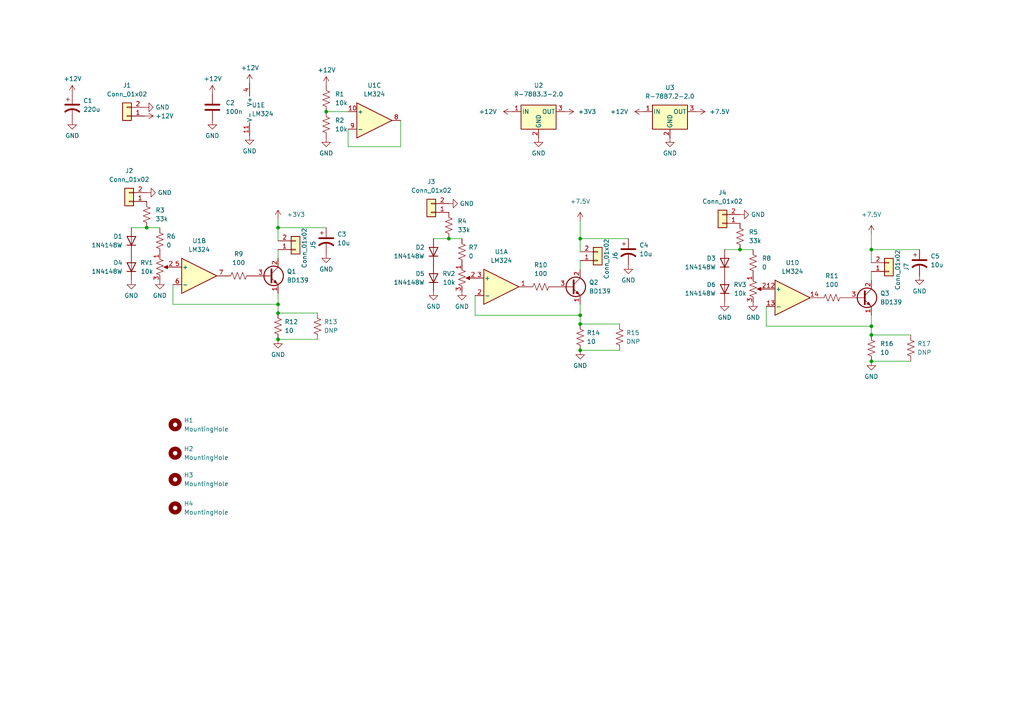
<source format=kicad_sch>
(kicad_sch (version 20211123) (generator eeschema)
  (paper "A4")
  (lib_symbols
    (symbol "Amplifier_Operational:LM324" (pin_names (offset 0.127))
      (property "Reference" "U" (at 0 5.08 0))
      (property "Value" "LM324" (at 0 -5.08 0))
      (symbol "LM324_1_1"
        (polyline (pts (xy -5.08 5.08) (xy 5.08 0) (xy -5.08 -5.08) (xy -5.08 5.08)) (stroke (width 0.254)) (fill (type background)))
        (pin output line (at 7.62 0 180) (length 2.54) (name "~") (number "1"))
        (pin input line (at -7.62 -2.54 0) (length 2.54) (name "-") (number "2"))
        (pin input line (at -7.62 2.54 0) (length 2.54) (name "+") (number "3"))
      )
      (symbol "LM324_2_1"
        (polyline (pts (xy -5.08 5.08) (xy 5.08 0) (xy -5.08 -5.08) (xy -5.08 5.08)) (stroke (width 0.254)) (fill (type background)))
        (pin input line (at -7.62 2.54 0) (length 2.54) (name "+") (number "5"))
        (pin input line (at -7.62 -2.54 0) (length 2.54) (name "-") (number "6"))
        (pin output line (at 7.62 0 180) (length 2.54) (name "~") (number "7"))
      )
      (symbol "LM324_3_1"
        (polyline (pts (xy -5.08 5.08) (xy 5.08 0) (xy -5.08 -5.08) (xy -5.08 5.08)) (stroke (width 0.254)) (fill (type background)))
        (pin input line (at -7.62 2.54 0) (length 2.54) (name "+") (number "10"))
        (pin output line (at 7.62 0 180) (length 2.54) (name "~") (number "8"))
        (pin input line (at -7.62 -2.54 0) (length 2.54) (name "-") (number "9"))
      )
      (symbol "LM324_4_1"
        (polyline (pts (xy -5.08 5.08) (xy 5.08 0) (xy -5.08 -5.08) (xy -5.08 5.08)) (stroke (width 0.254)) (fill (type background)))
        (pin input line (at -7.62 2.54 0) (length 2.54) (name "+") (number "12"))
        (pin input line (at -7.62 -2.54 0) (length 2.54) (name "-") (number "13"))
        (pin output line (at 7.62 0 180) (length 2.54) (name "~") (number "14"))
      )
      (symbol "LM324_5_1"
        (pin power_in line (at -2.54 -7.62 90) (length 3.81) (name "V-") (number "11"))
        (pin power_in line (at -2.54 7.62 270) (length 3.81) (name "V+") (number "4"))
      )
    )
    (symbol "Connector_Generic:Conn_01x02" (pin_names (offset 1.016) hide)
      (property "Reference" "J" (at 0 2.54 0))
      (property "Value" "Conn_01x02" (at 0 -5.08 0))
      (symbol "Conn_01x02_1_1"
        (rectangle (start -1.27 -2.413) (end 0 -2.667) (stroke (width 0.1524)))
        (rectangle (start -1.27 0.127) (end 0 -0.127) (stroke (width 0.1524)))
        (rectangle (start -1.27 1.27) (end 1.27 -3.81) (stroke (width 0.254)) (fill (type background)))
        (pin passive line (at -5.08 0 0) (length 3.81) (name "Pin_1") (number "1"))
        (pin passive line (at -5.08 -2.54 0) (length 3.81) (name "Pin_2") (number "2"))
      )
    )
    (symbol "Device:C" (pin_numbers hide) (pin_names (offset 0.254))
      (property "Reference" "C" (at 0.635 2.54 0))
      (property "Value" "C" (at 0.635 -2.54 0))
      (symbol "C_0_1"
        (polyline (pts (xy -2.032 -0.762) (xy 2.032 -0.762)) (stroke (width 0.508)))
        (polyline (pts (xy -2.032 0.762) (xy 2.032 0.762)) (stroke (width 0.508)))
      )
      (symbol "C_1_1"
        (pin passive line (at 0 3.81 270) (length 2.794) (name "~") (number "1"))
        (pin passive line (at 0 -3.81 90) (length 2.794) (name "~") (number "2"))
      )
    )
    (symbol "Device:C_Polarized_US" (pin_numbers hide) (pin_names (offset 0.254) hide)
      (property "Reference" "C" (at 0.635 2.54 0))
      (property "Value" "C_Polarized_US" (at 0.635 -2.54 0))
      (symbol "C_Polarized_US_0_1"
        (polyline (pts (xy -2.032 0.762) (xy 2.032 0.762)) (stroke (width 0.508)))
        (polyline (pts (xy -1.778 2.286) (xy -0.762 2.286)))
        (polyline (pts (xy -1.27 1.778) (xy -1.27 2.794)))
        (arc (start 2.032 -1.27) (mid 0 -0.5572) (end -2.032 -1.27) (stroke (width 0.508)))
      )
      (symbol "C_Polarized_US_1_1"
        (pin passive line (at 0 3.81 270) (length 2.794) (name "~") (number "1"))
        (pin passive line (at 0 -3.81 90) (length 3.302) (name "~") (number "2"))
      )
    )
    (symbol "Device:R_Potentiometer_US" (pin_names (offset 1.016) hide)
      (property "Reference" "RV" (at -4.445 0 90))
      (property "Value" "R_Potentiometer_US" (at -2.54 0 90))
      (symbol "R_Potentiometer_US_0_1"
        (polyline (pts (xy 0 -2.286) (xy 0 -2.54)))
        (polyline (pts (xy 0 2.54) (xy 0 2.286)))
        (polyline (pts (xy 2.54 0) (xy 1.524 0)))
        (polyline (pts (xy 1.143 0) (xy 2.286 0.508) (xy 2.286 -0.508) (xy 1.143 0)) (fill (type outline)))
        (polyline (pts (xy 0 -0.762) (xy 1.016 -1.143) (xy 0 -1.524) (xy -1.016 -1.905) (xy 0 -2.286)))
        (polyline (pts (xy 0 0.762) (xy 1.016 0.381) (xy 0 0) (xy -1.016 -0.381) (xy 0 -0.762)))
        (polyline (pts (xy 0 2.286) (xy 1.016 1.905) (xy 0 1.524) (xy -1.016 1.143) (xy 0 0.762)))
      )
      (symbol "R_Potentiometer_US_1_1"
        (pin passive line (at 0 3.81 270) (length 1.27) (name "1") (number "1"))
        (pin passive line (at 3.81 0 180) (length 1.27) (name "2") (number "2"))
        (pin passive line (at 0 -3.81 90) (length 1.27) (name "3") (number "3"))
      )
    )
    (symbol "Device:R_US" (pin_numbers hide) (pin_names (offset 0))
      (property "Reference" "R" (at 2.54 0 90))
      (property "Value" "R_US" (at -2.54 0 90))
      (symbol "R_US_0_1"
        (polyline (pts (xy 0 -2.286) (xy 0 -2.54)))
        (polyline (pts (xy 0 2.286) (xy 0 2.54)))
        (polyline (pts (xy 0 -0.762) (xy 1.016 -1.143) (xy 0 -1.524) (xy -1.016 -1.905) (xy 0 -2.286)))
        (polyline (pts (xy 0 0.762) (xy 1.016 0.381) (xy 0 0) (xy -1.016 -0.381) (xy 0 -0.762)))
        (polyline (pts (xy 0 2.286) (xy 1.016 1.905) (xy 0 1.524) (xy -1.016 1.143) (xy 0 0.762)))
      )
      (symbol "R_US_1_1"
        (pin passive line (at 0 3.81 270) (length 1.27) (name "~") (number "1"))
        (pin passive line (at 0 -3.81 90) (length 1.27) (name "~") (number "2"))
      )
    )
    (symbol "Diode:1N4148W" (pin_numbers hide) (pin_names (offset 1.016) hide)
      (property "Reference" "D" (at 0 2.54 0))
      (property "Value" "1N4148W" (at 0 -2.54 0))
      (symbol "1N4148W_0_1"
        (polyline (pts (xy -1.27 1.27) (xy -1.27 -1.27)) (stroke (width 0.254)))
        (polyline (pts (xy 1.27 0) (xy -1.27 0)))
        (polyline (pts (xy 1.27 1.27) (xy 1.27 -1.27) (xy -1.27 0) (xy 1.27 1.27)) (stroke (width 0.254)))
      )
      (symbol "1N4148W_1_1"
        (pin passive line (at -3.81 0 0) (length 2.54) (name "K") (number "1"))
        (pin passive line (at 3.81 0 180) (length 2.54) (name "A") (number "2"))
      )
    )
    (symbol "Mechanical:MountingHole" (pin_names (offset 1.016))
      (property "Reference" "H" (at 0 5.08 0))
      (property "Value" "MountingHole" (at 0 3.175 0))
      (symbol "MountingHole_0_1"
        (circle (center 0 0) (radius 1.27) (stroke (width 1.27)))
      )
    )
    (symbol "Regulator_Switching:R-78B3.3-2.0" (pin_names (offset 0.254))
      (property "Reference" "U" (at -3.81 3.175 0))
      (property "Value" "R-78B3.3-2.0" (at 0 3.175 0))
      (symbol "R-78B3.3-2.0_0_1"
        (rectangle (start -5.08 1.905) (end 5.08 -5.08) (stroke (width 0.254)) (fill (type background)))
      )
      (symbol "R-78B3.3-2.0_1_1"
        (pin power_in line (at -7.62 0 0) (length 2.54) (name "IN") (number "1"))
        (pin power_in line (at 0 -7.62 90) (length 2.54) (name "GND") (number "2"))
        (pin power_out line (at 7.62 0 180) (length 2.54) (name "OUT") (number "3"))
      )
    )
    (symbol "Transistor_BJT:BD139" (pin_names (offset 0) hide)
      (property "Reference" "Q" (at 5.08 1.905 0))
      (property "Value" "BD139" (at 5.08 0 0))
      (symbol "BD139_0_1"
        (polyline (pts (xy 0 0) (xy 0.635 0)))
        (polyline (pts (xy 2.54 -2.54) (xy 0.635 -0.635)))
        (polyline (pts (xy 2.54 2.54) (xy 0.635 0.635)))
        (polyline (pts (xy 0.635 1.905) (xy 0.635 -1.905) (xy 0.635 -1.905)) (stroke (width 0.508)) (fill (type outline)))
        (polyline (pts (xy 1.2446 -1.778) (xy 1.7526 -1.27) (xy 2.286 -2.286) (xy 1.2446 -1.778) (xy 1.2446 -1.778)) (fill (type outline)))
        (circle (center 1.27 0) (radius 2.8194) (stroke (width 0.3048)))
      )
      (symbol "BD139_1_1"
        (pin passive line (at 2.54 -5.08 90) (length 2.54) (name "E") (number "1"))
        (pin passive line (at 2.54 5.08 270) (length 2.54) (name "C") (number "2"))
        (pin input line (at -5.08 0 0) (length 5.08) (name "B") (number "3"))
      )
    )
    (symbol "power:+12V" (power) (pin_names (offset 0))
      (property "Value" "+12V" (at 0 3.556 0))
      (symbol "+12V_0_1"
        (polyline (pts (xy -0.762 1.27) (xy 0 2.54)))
        (polyline (pts (xy 0 0) (xy 0 2.54)))
        (polyline (pts (xy 0 2.54) (xy 0.762 1.27)))
      )
      (symbol "+12V_1_1"
        (pin power_in line (at 0 0 90) (length 0) hide (name "+12V") (number "1"))
      )
    )
    (symbol "power:+3.3V" (power) (pin_names (offset 0))
      (property "Value" "+3.3V" (at 0 3.556 0))
      (symbol "+3.3V_0_1"
        (polyline (pts (xy -0.762 1.27) (xy 0 2.54)))
        (polyline (pts (xy 0 0) (xy 0 2.54)))
        (polyline (pts (xy 0 2.54) (xy 0.762 1.27)))
      )
      (symbol "+3.3V_1_1"
        (pin power_in line (at 0 0 90) (length 0) hide (name "+3V3") (number "1"))
      )
    )
    (symbol "power:+7.5V" (power) (pin_names (offset 0))
      (property "Value" "+7.5V" (at 0 3.556 0))
      (symbol "+7.5V_0_1"
        (polyline (pts (xy -0.762 1.27) (xy 0 2.54)))
        (polyline (pts (xy 0 0) (xy 0 2.54)))
        (polyline (pts (xy 0 2.54) (xy 0.762 1.27)))
      )
      (symbol "+7.5V_1_1"
        (pin power_in line (at 0 0 90) (length 0) hide (name "+7.5V") (number "1"))
      )
    )
    (symbol "power:GND" (power) (pin_names (offset 0))
      (property "Value" "GND" (at 0 -3.81 0))
      (symbol "GND_0_1"
        (polyline (pts (xy 0 0) (xy 0 -1.27) (xy 1.27 -1.27) (xy 0 -2.54) (xy -1.27 -1.27) (xy 0 -1.27)))
      )
      (symbol "GND_1_1"
        (pin power_in line (at 0 0 270) (length 0) hide (name "GND") (number "1"))
      )
    )
  )
  (junction (at 252.73 94.615))
  (junction (at 80.645 66.04))
  (junction (at 80.645 88.265))
  (junction (at 168.275 93.98))
  (junction (at 252.73 104.775))
  (junction (at 42.545 66.04))
  (junction (at 168.275 91.44))
  (junction (at 252.73 97.155))
  (junction (at 80.645 98.425))
  (junction (at 130.175 69.215))
  (junction (at 168.275 101.6))
  (junction (at 168.275 69.215))
  (junction (at 94.615 32.385))
  (junction (at 252.73 72.39))
  (junction (at 80.645 90.805))
  (junction (at 214.63 72.39))
  (wire (pts (xy 252.73 94.615) (xy 252.73 97.155)))
  (wire (pts (xy 80.645 90.805) (xy 92.075 90.805)))
  (wire (pts (xy 125.73 69.215) (xy 130.175 69.215)))
  (wire (pts (xy 94.615 66.04) (xy 80.645 66.04)))
  (wire (pts (xy 168.275 93.98) (xy 179.705 93.98)))
  (wire (pts (xy 80.645 63.5) (xy 80.645 66.04)))
  (wire (pts (xy 100.965 37.465) (xy 100.965 42.545)))
  (wire (pts (xy 266.7 72.39) (xy 252.73 72.39)))
  (wire (pts (xy 252.73 97.155) (xy 264.16 97.155)))
  (wire (pts (xy 252.73 67.945) (xy 252.73 72.39)))
  (wire (pts (xy 80.645 88.265) (xy 80.645 85.09)))
  (wire (pts (xy 116.205 42.545) (xy 116.205 34.925)))
  (wire (pts (xy 137.795 91.44) (xy 168.275 91.44)))
  (wire (pts (xy 210.185 72.39) (xy 214.63 72.39)))
  (wire (pts (xy 182.245 69.215) (xy 168.275 69.215)))
  (wire (pts (xy 252.73 72.39) (xy 252.73 76.2)))
  (wire (pts (xy 80.645 98.425) (xy 92.075 98.425)))
  (wire (pts (xy 42.545 66.04) (xy 46.355 66.04)))
  (wire (pts (xy 137.795 85.725) (xy 137.795 91.44)))
  (wire (pts (xy 168.275 91.44) (xy 168.275 88.265)))
  (wire (pts (xy 38.1 66.04) (xy 42.545 66.04)))
  (wire (pts (xy 168.275 75.565) (xy 168.275 78.105)))
  (wire (pts (xy 252.73 78.74) (xy 252.73 81.28)))
  (wire (pts (xy 94.615 32.385) (xy 100.965 32.385)))
  (wire (pts (xy 252.73 94.615) (xy 252.73 91.44)))
  (wire (pts (xy 222.25 88.9) (xy 222.25 94.615)))
  (wire (pts (xy 80.645 66.04) (xy 80.645 69.85)))
  (wire (pts (xy 252.73 104.775) (xy 264.16 104.775)))
  (wire (pts (xy 214.63 72.39) (xy 218.44 72.39)))
  (wire (pts (xy 168.275 64.135) (xy 168.275 69.215)))
  (wire (pts (xy 80.645 88.265) (xy 80.645 90.805)))
  (wire (pts (xy 168.275 101.6) (xy 179.705 101.6)))
  (wire (pts (xy 50.165 88.265) (xy 80.645 88.265)))
  (wire (pts (xy 100.965 42.545) (xy 116.205 42.545)))
  (wire (pts (xy 222.25 94.615) (xy 252.73 94.615)))
  (wire (pts (xy 50.165 82.55) (xy 50.165 88.265)))
  (wire (pts (xy 168.275 69.215) (xy 168.275 73.025)))
  (wire (pts (xy 80.645 72.39) (xy 80.645 74.93)))
  (wire (pts (xy 130.175 69.215) (xy 133.985 69.215)))
  (wire (pts (xy 168.275 91.44) (xy 168.275 93.98)))
  (symbol (lib_id "Device:C_Polarized_US") (at 20.955 31.115 0) (unit 1)
    (property "Reference" "C1" (at 24.13 29.2099 0) (effects (justify left)))
    (property "Value" "220u" (at 24.13 31.7499 0) (effects (justify left)))
    (property "Footprint" "Capacitor_THT:CP_Radial_D10.0mm_P5.00mm" (effects hide))
  )
  (symbol (lib_id "Device:R_US") (at 42.545 62.23 180) (unit 1)
    (property "Reference" "R3" (at 45.085 60.9599 0) (effects (justify right)))
    (property "Value" "33k" (at 45.085 63.4999 0) (effects (justify right)))
    (property "Footprint" "Resistor_SMD:R_0603_1608Metric" (effects hide))
  )
  (symbol (lib_id "Connector_Generic:Conn_01x02") (at 209.55 64.77 180) (unit 1)
    (property "Reference" "J4" (at 209.55 55.88 0))
    (property "Value" "Conn_01x02" (at 209.55 58.42 0))
    (property "Footprint" "Connector_JST:JST_XH_B2B-XH-A_1x02_P2.50mm_Vertical" (effects hide))
  )
  (symbol (lib_id "Amplifier_Operational:LM324") (at 145.415 83.185 0) (unit 1)
    (property "Reference" "U1" (at 145.415 73.025 0))
    (property "Value" "LM324" (at 145.415 75.565 0))
    (property "Footprint" "Package_SO:SOIC-14_3.9x8.7mm_P1.27mm" (effects hide))
    (property "Datasheet" "http://www.ti.com/lit/ds/symlink/lm2902-n.pdf" (effects hide))
  )
  (symbol (lib_id "Device:R_US") (at 80.645 94.615 0) (unit 1)
    (property "Reference" "R12" (at 82.55 93.3449 0) (effects (justify left)))
    (property "Value" "10" (at 82.55 95.8849 0) (effects (justify left)))
    (property "Footprint" "Resistor_SMD:R_1206_3216Metric" (effects hide))
  )
  (symbol (lib_id "power:GND") (at 266.7 80.01 0) (unit 1)
    (property "Reference" "#PWR025" (effects hide))
    (property "Value" "GND" (at 266.7 84.455 0))
  )
  (symbol (lib_id "power:GND") (at 182.245 76.835 0) (unit 1)
    (property "Reference" "#PWR024" (effects hide))
    (property "Value" "GND" (at 182.245 81.28 0))
  )
  (symbol (lib_id "Diode:1N4148W") (at 38.1 77.47 270) (mirror x) (unit 1)
    (property "Reference" "D4" (at 35.56 76.1999 90) (effects (justify right)))
    (property "Value" "1N4148W" (at 35.56 78.7399 90) (effects (justify right)))
    (property "Footprint" "Diode_SMD:D_SOD-123" (effects hide))
    (property "Datasheet" "https://www.vishay.com/docs/85748/1n4148w.pdf" (effects hide))
  )
  (symbol (lib_id "Device:R_Potentiometer_US") (at 46.355 77.47 0) (unit 1)
    (property "Reference" "RV1" (at 44.45 76.1999 0) (effects (justify right)))
    (property "Value" "10k" (at 44.45 78.7399 0) (effects (justify right)))
    (property "Footprint" "Potentiometer_THT:Potentiometer_Bourns_3296W_Vertical" (effects hide))
  )
  (symbol (lib_id "Device:R_US") (at 92.075 94.615 0) (unit 1)
    (property "Reference" "R13" (at 93.98 93.3449 0) (effects (justify left)))
    (property "Value" "DNP" (at 93.98 95.8849 0) (effects (justify left)))
    (property "Footprint" "Resistor_THT:R_Axial_DIN0204_L3.6mm_D1.6mm_P1.90mm_Vertical" (effects hide))
  )
  (symbol (lib_id "Device:R_US") (at 130.175 65.405 180) (unit 1)
    (property "Reference" "R4" (at 132.715 64.1349 0) (effects (justify right)))
    (property "Value" "33k" (at 132.715 66.6749 0) (effects (justify right)))
    (property "Footprint" "Resistor_SMD:R_0603_1608Metric" (effects hide))
  )
  (symbol (lib_id "Connector_Generic:Conn_01x02") (at 125.095 61.595 180) (unit 1)
    (property "Reference" "J3" (at 125.095 52.705 0))
    (property "Value" "Conn_01x02" (at 125.095 55.245 0))
    (property "Footprint" "Connector_JST:JST_XH_B2B-XH-A_1x02_P2.50mm_Vertical" (effects hide))
  )
  (symbol (lib_id "Transistor_BJT:BD139") (at 250.19 86.36 0) (unit 1)
    (property "Reference" "Q3" (at 255.27 85.0899 0) (effects (justify left)))
    (property "Value" "BD139" (at 255.27 87.6299 0) (effects (justify left)))
    (property "Footprint" "Package_TO_SOT_THT:TO-126-3_Vertical" (effects hide))
    (property "Datasheet" "http://www.st.com/internet/com/TECHNICAL_RESOURCES/TECHNICAL_LITERATURE/DATASHEET/CD00001225.pdf" (effects hide))
  )
  (symbol (lib_id "Connector_Generic:Conn_01x02") (at 36.83 33.655 180) (unit 1)
    (property "Reference" "J1" (at 36.83 24.765 0))
    (property "Value" "Conn_01x02" (at 36.83 27.305 0))
    (property "Footprint" "Connector_JST:JST_XH_B2B-XH-A_1x02_P2.50mm_Vertical" (effects hide))
  )
  (symbol (lib_id "Diode:1N4148W") (at 125.73 73.025 270) (mirror x) (unit 1)
    (property "Reference" "D2" (at 123.19 71.7549 90) (effects (justify right)))
    (property "Value" "1N4148W" (at 123.19 74.2949 90) (effects (justify right)))
    (property "Footprint" "Diode_SMD:D_SOD-123" (effects hide))
    (property "Datasheet" "https://www.vishay.com/docs/85748/1n4148w.pdf" (effects hide))
  )
  (symbol (lib_id "Device:R_US") (at 168.275 97.79 0) (unit 1)
    (property "Reference" "R14" (at 170.18 96.5199 0) (effects (justify left)))
    (property "Value" "10" (at 170.18 99.0599 0) (effects (justify left)))
    (property "Footprint" "Resistor_SMD:R_1206_3216Metric" (effects hide))
  )
  (symbol (lib_id "power:GND") (at 94.615 40.005 0) (unit 1)
    (property "Reference" "#PWR014" (effects hide))
    (property "Value" "GND" (at 94.615 44.45 0))
  )
  (symbol (lib_id "Diode:1N4148W") (at 210.185 83.82 270) (mirror x) (unit 1)
    (property "Reference" "D6" (at 207.645 82.5499 90) (effects (justify right)))
    (property "Value" "1N4148W" (at 207.645 85.0899 90) (effects (justify right)))
    (property "Footprint" "Diode_SMD:D_SOD-123" (effects hide))
    (property "Datasheet" "https://www.vishay.com/docs/85748/1n4148w.pdf" (effects hide))
  )
  (symbol (lib_id "power:+12V") (at 41.91 33.655 270) (unit 1)
    (property "Reference" "#PWR010" (effects hide))
    (property "Value" "+12V" (at 45.085 33.655 90) (effects (justify left)))
  )
  (symbol (lib_id "power:GND") (at 20.955 34.925 0) (unit 1)
    (property "Reference" "#PWR011" (effects hide))
    (property "Value" "GND" (at 20.955 39.37 0))
  )
  (symbol (lib_id "Connector_Generic:Conn_01x02") (at 85.725 72.39 0) (mirror x) (unit 1)
    (property "Reference" "J5" (at 90.805 69.85 90) (effects (justify left)))
    (property "Value" "Conn_01x02" (at 88.265 66.04 90) (effects (justify left)))
    (property "Footprint" "Connector_JST:JST_XH_B2B-XH-A_1x02_P2.50mm_Vertical" (effects hide))
  )
  (symbol (lib_id "Amplifier_Operational:LM324") (at 108.585 34.925 0) (unit 3)
    (property "Reference" "U1" (at 108.585 24.765 0))
    (property "Value" "LM324" (at 108.585 27.305 0))
    (property "Footprint" "Package_SO:SOIC-14_3.9x8.7mm_P1.27mm" (effects hide))
    (property "Datasheet" "http://www.ti.com/lit/ds/symlink/lm2902-n.pdf" (effects hide))
  )
  (symbol (lib_id "Regulator_Switching:R-78B3.3-2.0") (at 156.21 32.385 0) (unit 1)
    (property "Reference" "U2" (at 156.21 24.765 0))
    (property "Value" "R-78B3.3-2.0" (at 156.21 27.305 0))
    (property "Footprint" "Converter_DCDC:Converter_DCDC_RECOM_R-78B-2.0_THT" (effects hide))
    (property "Datasheet" "https://www.recom-power.com/pdf/Innoline/R-78Bxx-2.0.pdf" (effects hide))
  )
  (symbol (lib_id "Diode:1N4148W") (at 125.73 80.645 270) (mirror x) (unit 1)
    (property "Reference" "D5" (at 123.19 79.3749 90) (effects (justify right)))
    (property "Value" "1N4148W" (at 123.19 81.9149 90) (effects (justify right)))
    (property "Footprint" "Diode_SMD:D_SOD-123" (effects hide))
    (property "Datasheet" "https://www.vishay.com/docs/85748/1n4148w.pdf" (effects hide))
  )
  (symbol (lib_id "power:GND") (at 133.985 84.455 0) (unit 1)
    (property "Reference" "#PWR029" (effects hide))
    (property "Value" "GND" (at 133.985 88.9 0))
  )
  (symbol (lib_id "power:+7.5V") (at 168.275 64.135 0) (unit 1)
    (property "Reference" "#PWR021" (effects hide))
    (property "Value" "+7.5V" (at 168.275 58.42 0))
  )
  (symbol (lib_id "power:GND") (at 214.63 62.23 90) (unit 1)
    (property "Reference" "#PWR019" (effects hide))
    (property "Value" "GND" (at 217.805 62.2299 90) (effects (justify right)))
  )
  (symbol (lib_id "Device:R_US") (at 156.845 83.185 90) (unit 1)
    (property "Reference" "R10" (at 156.845 76.835 90))
    (property "Value" "100" (at 156.845 79.375 90))
    (property "Footprint" "Resistor_SMD:R_0603_1608Metric" (effects hide))
  )
  (symbol (lib_id "Mechanical:MountingHole") (at 50.8 123.19 0) (unit 1)
    (property "Reference" "H1" (at 53.34 121.9199 0) (effects (justify left)))
    (property "Value" "MountingHole" (at 53.34 124.4599 0) (effects (justify left)))
    (property "Footprint" "MountingHole:MountingHole_3.2mm_M3" (effects hide))
  )
  (symbol (lib_id "power:GND") (at 125.73 84.455 0) (unit 1)
    (property "Reference" "#PWR028" (effects hide))
    (property "Value" "GND" (at 125.73 88.9 0))
  )
  (symbol (lib_id "Device:R_US") (at 214.63 68.58 180) (unit 1)
    (property "Reference" "R5" (at 217.17 67.3099 0) (effects (justify right)))
    (property "Value" "33k" (at 217.17 69.8499 0) (effects (justify right)))
    (property "Footprint" "Resistor_SMD:R_0603_1608Metric" (effects hide))
  )
  (symbol (lib_id "power:GND") (at 61.595 34.925 0) (unit 1)
    (property "Reference" "#PWR012" (effects hide))
    (property "Value" "GND" (at 61.595 39.37 0))
  )
  (symbol (lib_id "power:GND") (at 46.355 81.28 0) (unit 1)
    (property "Reference" "#PWR027" (effects hide))
    (property "Value" "GND" (at 46.355 85.725 0))
  )
  (symbol (lib_id "power:+12V") (at 72.39 24.13 0) (unit 1)
    (property "Reference" "#PWR01" (effects hide))
    (property "Value" "+12V" (at 69.85 19.685 0) (effects (justify left)))
  )
  (symbol (lib_id "Device:R_US") (at 94.615 28.575 180) (unit 1)
    (property "Reference" "R1" (at 97.155 27.3049 0) (effects (justify right)))
    (property "Value" "10k" (at 97.155 29.8449 0) (effects (justify right)))
    (property "Footprint" "Resistor_SMD:R_0603_1608Metric" (effects hide))
  )
  (symbol (lib_id "Device:R_US") (at 252.73 100.965 0) (unit 1)
    (property "Reference" "R16" (at 255.27 99.6949 0) (effects (justify left)))
    (property "Value" "10" (at 255.27 102.2349 0) (effects (justify left)))
    (property "Footprint" "Resistor_SMD:R_1206_3216Metric" (effects hide))
  )
  (symbol (lib_id "power:GND") (at 72.39 39.37 0) (unit 1)
    (property "Reference" "#PWR013" (effects hide))
    (property "Value" "GND" (at 72.39 43.815 0))
  )
  (symbol (lib_id "power:GND") (at 156.21 40.005 0) (unit 1)
    (property "Reference" "#PWR015" (effects hide))
    (property "Value" "GND" (at 156.21 44.45 0))
  )
  (symbol (lib_id "Device:R_US") (at 218.44 76.2 180) (unit 1)
    (property "Reference" "R8" (at 220.98 74.9299 0) (effects (justify right)))
    (property "Value" "0" (at 220.98 77.4699 0) (effects (justify right)))
    (property "Footprint" "Resistor_SMD:R_0603_1608Metric" (effects hide))
  )
  (symbol (lib_id "power:+7.5V") (at 252.73 67.945 0) (unit 1)
    (property "Reference" "#PWR022" (effects hide))
    (property "Value" "+7.5V" (at 252.73 62.23 0))
  )
  (symbol (lib_id "Mechanical:MountingHole") (at 50.8 139.065 0) (unit 1)
    (property "Reference" "H3" (at 53.34 137.7949 0) (effects (justify left)))
    (property "Value" "MountingHole" (at 53.34 140.3349 0) (effects (justify left)))
    (property "Footprint" "MountingHole:MountingHole_3.2mm_M3" (effects hide))
  )
  (symbol (lib_id "Connector_Generic:Conn_01x02") (at 37.465 58.42 180) (unit 1)
    (property "Reference" "J2" (at 37.465 49.53 0))
    (property "Value" "Conn_01x02" (at 37.465 52.07 0))
    (property "Footprint" "Connector_JST:JST_XH_B2B-XH-A_1x02_P2.50mm_Vertical" (effects hide))
  )
  (symbol (lib_id "power:+7.5V") (at 201.93 32.385 270) (unit 1)
    (property "Reference" "#PWR09" (effects hide))
    (property "Value" "+7.5V" (at 205.74 32.3849 90) (effects (justify left)))
  )
  (symbol (lib_id "power:GND") (at 80.645 98.425 0) (unit 1)
    (property "Reference" "#PWR032" (effects hide))
    (property "Value" "GND" (at 80.645 102.87 0))
  )
  (symbol (lib_id "Diode:1N4148W") (at 38.1 69.85 270) (mirror x) (unit 1)
    (property "Reference" "D1" (at 35.56 68.5799 90) (effects (justify right)))
    (property "Value" "1N4148W" (at 35.56 71.1199 90) (effects (justify right)))
    (property "Footprint" "Diode_SMD:D_SOD-123" (effects hide))
    (property "Datasheet" "https://www.vishay.com/docs/85748/1n4148w.pdf" (effects hide))
  )
  (symbol (lib_id "Mechanical:MountingHole") (at 50.8 147.32 0) (unit 1)
    (property "Reference" "H4" (at 53.34 146.0499 0) (effects (justify left)))
    (property "Value" "MountingHole" (at 53.34 148.5899 0) (effects (justify left)))
    (property "Footprint" "MountingHole:MountingHole_3.2mm_M3" (effects hide))
  )
  (symbol (lib_id "Device:C_Polarized_US") (at 266.7 76.2 0) (unit 1)
    (property "Reference" "C5" (at 269.875 74.2949 0) (effects (justify left)))
    (property "Value" "10u" (at 269.875 76.8349 0) (effects (justify left)))
    (property "Footprint" "Capacitor_THT:CP_Radial_D5.0mm_P2.50mm" (effects hide))
  )
  (symbol (lib_id "power:+12V") (at 148.59 32.385 90) (unit 1)
    (property "Reference" "#PWR06" (effects hide))
    (property "Value" "+12V" (at 144.145 32.385 90) (effects (justify left)))
  )
  (symbol (lib_id "power:GND") (at 130.175 59.055 90) (unit 1)
    (property "Reference" "#PWR018" (effects hide))
    (property "Value" "GND" (at 133.35 59.0549 90) (effects (justify right)))
  )
  (symbol (lib_id "power:GND") (at 194.31 40.005 0) (unit 1)
    (property "Reference" "#PWR016" (effects hide))
    (property "Value" "GND" (at 194.31 44.45 0))
  )
  (symbol (lib_id "power:+12V") (at 94.615 24.765 0) (unit 1)
    (property "Reference" "#PWR02" (effects hide))
    (property "Value" "+12V" (at 92.075 20.32 0) (effects (justify left)))
  )
  (symbol (lib_id "Transistor_BJT:BD139") (at 78.105 80.01 0) (unit 1)
    (property "Reference" "Q1" (at 83.185 78.7399 0) (effects (justify left)))
    (property "Value" "BD139" (at 83.185 81.2799 0) (effects (justify left)))
    (property "Footprint" "Package_TO_SOT_THT:TO-126-3_Vertical" (effects hide))
    (property "Datasheet" "http://www.st.com/internet/com/TECHNICAL_RESOURCES/TECHNICAL_LITERATURE/DATASHEET/CD00001225.pdf" (effects hide))
  )
  (symbol (lib_id "Amplifier_Operational:LM324") (at 229.87 86.36 0) (unit 4)
    (property "Reference" "U1" (at 229.87 76.2 0))
    (property "Value" "LM324" (at 229.87 78.74 0))
    (property "Footprint" "Package_SO:SOIC-14_3.9x8.7mm_P1.27mm" (effects hide))
    (property "Datasheet" "http://www.ti.com/lit/ds/symlink/lm2902-n.pdf" (effects hide))
  )
  (symbol (lib_id "Connector_Generic:Conn_01x02") (at 257.81 78.74 0) (mirror x) (unit 1)
    (property "Reference" "J7" (at 262.89 76.2 90) (effects (justify left)))
    (property "Value" "Conn_01x02" (at 260.35 72.39 90) (effects (justify left)))
    (property "Footprint" "Connector_JST:JST_XH_B2B-XH-A_1x02_P2.50mm_Vertical" (effects hide))
  )
  (symbol (lib_id "Device:C_Polarized_US") (at 94.615 69.85 0) (unit 1)
    (property "Reference" "C3" (at 97.79 67.9449 0) (effects (justify left)))
    (property "Value" "10u" (at 97.79 70.4849 0) (effects (justify left)))
    (property "Footprint" "Capacitor_THT:CP_Radial_D5.0mm_P2.50mm" (effects hide))
  )
  (symbol (lib_id "Device:R_US") (at 264.16 100.965 0) (unit 1)
    (property "Reference" "R17" (at 266.065 99.6949 0) (effects (justify left)))
    (property "Value" "DNP" (at 266.065 102.2349 0) (effects (justify left)))
    (property "Footprint" "Resistor_THT:R_Axial_DIN0204_L3.6mm_D1.6mm_P1.90mm_Vertical" (effects hide))
  )
  (symbol (lib_id "Mechanical:MountingHole") (at 50.8 131.445 0) (unit 1)
    (property "Reference" "H2" (at 53.34 130.1749 0) (effects (justify left)))
    (property "Value" "MountingHole" (at 53.34 132.7149 0) (effects (justify left)))
    (property "Footprint" "MountingHole:MountingHole_3.2mm_M3" (effects hide))
  )
  (symbol (lib_id "Diode:1N4148W") (at 210.185 76.2 270) (mirror x) (unit 1)
    (property "Reference" "D3" (at 207.645 74.9299 90) (effects (justify right)))
    (property "Value" "1N4148W" (at 207.645 77.4699 90) (effects (justify right)))
    (property "Footprint" "Diode_SMD:D_SOD-123" (effects hide))
    (property "Datasheet" "https://www.vishay.com/docs/85748/1n4148w.pdf" (effects hide))
  )
  (symbol (lib_id "Device:R_US") (at 46.355 69.85 180) (unit 1)
    (property "Reference" "R6" (at 48.26 68.5799 0) (effects (justify right)))
    (property "Value" "0" (at 48.26 71.1199 0) (effects (justify right)))
    (property "Footprint" "Resistor_SMD:R_0603_1608Metric" (effects hide))
  )
  (symbol (lib_id "Device:C_Polarized_US") (at 182.245 73.025 0) (unit 1)
    (property "Reference" "C4" (at 185.42 71.1199 0) (effects (justify left)))
    (property "Value" "10u" (at 185.42 73.6599 0) (effects (justify left)))
    (property "Footprint" "Capacitor_THT:CP_Radial_D5.0mm_P2.50mm" (effects hide))
  )
  (symbol (lib_id "power:GND") (at 218.44 87.63 0) (unit 1)
    (property "Reference" "#PWR031" (effects hide))
    (property "Value" "GND" (at 218.44 92.075 0))
  )
  (symbol (lib_id "Transistor_BJT:BD139") (at 165.735 83.185 0) (unit 1)
    (property "Reference" "Q2" (at 170.815 81.9149 0) (effects (justify left)))
    (property "Value" "BD139" (at 170.815 84.4549 0) (effects (justify left)))
    (property "Footprint" "Package_TO_SOT_THT:TO-126-3_Vertical" (effects hide))
    (property "Datasheet" "http://www.st.com/internet/com/TECHNICAL_RESOURCES/TECHNICAL_LITERATURE/DATASHEET/CD00001225.pdf" (effects hide))
  )
  (symbol (lib_id "power:GND") (at 42.545 55.88 90) (unit 1)
    (property "Reference" "#PWR017" (effects hide))
    (property "Value" "GND" (at 45.72 55.8799 90) (effects (justify right)))
  )
  (symbol (lib_id "power:+12V") (at 20.955 27.305 0) (unit 1)
    (property "Reference" "#PWR03" (effects hide))
    (property "Value" "+12V" (at 18.415 22.86 0) (effects (justify left)))
  )
  (symbol (lib_id "power:GND") (at 168.275 101.6 0) (unit 1)
    (property "Reference" "#PWR033" (effects hide))
    (property "Value" "GND" (at 168.275 106.045 0))
  )
  (symbol (lib_id "Device:C") (at 61.595 31.115 0) (unit 1)
    (property "Reference" "C2" (at 65.405 29.8449 0) (effects (justify left)))
    (property "Value" "100n" (at 65.405 32.3849 0) (effects (justify left)))
    (property "Footprint" "Capacitor_SMD:C_0603_1608Metric" (effects hide))
  )
  (symbol (lib_id "power:+3.3V") (at 163.83 32.385 270) (unit 1)
    (property "Reference" "#PWR07" (effects hide))
    (property "Value" "+3.3V" (at 167.64 32.3849 90) (effects (justify left)))
  )
  (symbol (lib_id "Device:R_US") (at 94.615 36.195 180) (unit 1)
    (property "Reference" "R2" (at 97.155 34.9249 0) (effects (justify right)))
    (property "Value" "10k" (at 97.155 37.4649 0) (effects (justify right)))
    (property "Footprint" "Resistor_SMD:R_0603_1608Metric" (effects hide))
  )
  (symbol (lib_id "power:GND") (at 94.615 73.66 0) (unit 1)
    (property "Reference" "#PWR023" (effects hide))
    (property "Value" "GND" (at 94.615 78.105 0))
  )
  (symbol (lib_id "Connector_Generic:Conn_01x02") (at 173.355 75.565 0) (mirror x) (unit 1)
    (property "Reference" "J6" (at 178.435 73.025 90) (effects (justify left)))
    (property "Value" "Conn_01x02" (at 175.895 69.215 90) (effects (justify left)))
    (property "Footprint" "Connector_JST:JST_XH_B2B-XH-A_1x02_P2.50mm_Vertical" (effects hide))
  )
  (symbol (lib_id "Device:R_Potentiometer_US") (at 133.985 80.645 0) (unit 1)
    (property "Reference" "RV2" (at 132.08 79.3749 0) (effects (justify right)))
    (property "Value" "10k" (at 132.08 81.9149 0) (effects (justify right)))
    (property "Footprint" "Potentiometer_THT:Potentiometer_Bourns_3296W_Vertical" (effects hide))
  )
  (symbol (lib_id "Regulator_Switching:R-78B3.3-2.0") (at 194.31 32.385 0) (unit 1)
    (property "Reference" "U3" (at 194.31 25.4 0))
    (property "Value" "R-78B7.2-2.0" (at 194.31 27.94 0))
    (property "Footprint" "Converter_DCDC:Converter_DCDC_RECOM_R-78B-2.0_THT" (effects hide))
    (property "Datasheet" "https://www.recom-power.com/pdf/Innoline/R-78Bxx-2.0.pdf" (effects hide))
  )
  (symbol (lib_id "Device:R_US") (at 241.3 86.36 90) (unit 1)
    (property "Reference" "R11" (at 241.3 80.01 90))
    (property "Value" "100" (at 241.3 82.55 90))
    (property "Footprint" "Resistor_SMD:R_0603_1608Metric" (effects hide))
  )
  (symbol (lib_id "Amplifier_Operational:LM324") (at 57.785 80.01 0) (unit 2)
    (property "Reference" "U1" (at 57.785 69.85 0))
    (property "Value" "LM324" (at 57.785 72.39 0))
    (property "Footprint" "Package_SO:SOIC-14_3.9x8.7mm_P1.27mm" (effects hide))
    (property "Datasheet" "http://www.ti.com/lit/ds/symlink/lm2902-n.pdf" (effects hide))
  )
  (symbol (lib_id "Device:R_US") (at 69.215 80.01 90) (unit 1)
    (property "Reference" "R9" (at 69.215 73.66 90))
    (property "Value" "100" (at 69.215 76.2 90))
    (property "Footprint" "Resistor_SMD:R_0603_1608Metric" (effects hide))
  )
  (symbol (lib_id "power:GND") (at 41.91 31.115 90) (unit 1)
    (property "Reference" "#PWR05" (effects hide))
    (property "Value" "GND" (at 45.085 31.1149 90) (effects (justify right)))
  )
  (symbol (lib_id "power:+12V") (at 186.69 32.385 90) (unit 1)
    (property "Reference" "#PWR08" (effects hide))
    (property "Value" "+12V" (at 182.245 32.385 90) (effects (justify left)))
  )
  (symbol (lib_id "power:GND") (at 210.185 87.63 0) (unit 1)
    (property "Reference" "#PWR030" (effects hide))
    (property "Value" "GND" (at 210.185 92.075 0))
  )
  (symbol (lib_id "power:+3.3V") (at 80.645 63.5 0) (unit 1)
    (property "Reference" "#PWR020" (effects hide))
    (property "Value" "+3.3V" (at 83.185 62.2299 0) (effects (justify left)))
  )
  (symbol (lib_id "power:GND") (at 252.73 104.775 0) (unit 1)
    (property "Reference" "#PWR034" (effects hide))
    (property "Value" "GND" (at 252.73 109.22 0))
  )
  (symbol (lib_id "Device:R_US") (at 179.705 97.79 0) (unit 1)
    (property "Reference" "R15" (at 181.61 96.5199 0) (effects (justify left)))
    (property "Value" "DNP" (at 181.61 99.0599 0) (effects (justify left)))
    (property "Footprint" "Resistor_THT:R_Axial_DIN0204_L3.6mm_D1.6mm_P1.90mm_Vertical" (effects hide))
  )
  (symbol (lib_id "Device:R_Potentiometer_US") (at 218.44 83.82 0) (unit 1)
    (property "Reference" "RV3" (at 216.535 82.5499 0) (effects (justify right)))
    (property "Value" "10k" (at 216.535 85.0899 0) (effects (justify right)))
    (property "Footprint" "Potentiometer_THT:Potentiometer_Bourns_3296W_Vertical" (effects hide))
  )
  (symbol (lib_id "Device:R_US") (at 133.985 73.025 180) (unit 1)
    (property "Reference" "R7" (at 135.89 71.7549 0) (effects (justify right)))
    (property "Value" "0" (at 135.89 74.2949 0) (effects (justify right)))
    (property "Footprint" "Resistor_SMD:R_0603_1608Metric" (effects hide))
  )
  (symbol (lib_id "Amplifier_Operational:LM324") (at 74.93 31.75 0) (unit 5)
    (property "Reference" "U1" (at 73.025 30.4799 0) (effects (justify left)))
    (property "Value" "LM324" (at 73.025 33.0199 0) (effects (justify left)))
    (property "Footprint" "Package_SO:SOIC-14_3.9x8.7mm_P1.27mm" (effects hide))
    (property "Datasheet" "http://www.ti.com/lit/ds/symlink/lm2902-n.pdf" (effects hide))
  )
  (symbol (lib_id "power:+12V") (at 61.595 27.305 0) (unit 1)
    (property "Reference" "#PWR04" (effects hide))
    (property "Value" "+12V" (at 59.055 22.86 0) (effects (justify left)))
  )
  (symbol (lib_id "power:GND") (at 38.1 81.28 0) (unit 1)
    (property "Reference" "#PWR026" (effects hide))
    (property "Value" "GND" (at 38.1 85.725 0))
  )
)
</source>
